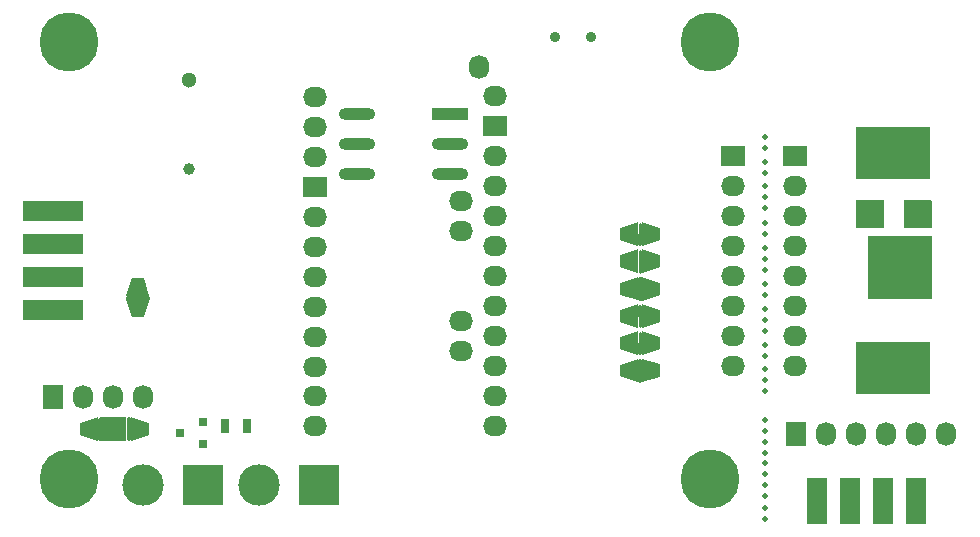
<source format=gbr>
G04 #@! TF.GenerationSoftware,KiCad,Pcbnew,(5.1.9-0-10_14)*
G04 #@! TF.CreationDate,2021-03-07T21:02:35-05:00*
G04 #@! TF.ProjectId,Arducon,41726475-636f-46e2-9e6b-696361645f70,rev?*
G04 #@! TF.SameCoordinates,Original*
G04 #@! TF.FileFunction,Soldermask,Bot*
G04 #@! TF.FilePolarity,Negative*
%FSLAX46Y46*%
G04 Gerber Fmt 4.6, Leading zero omitted, Abs format (unit mm)*
G04 Created by KiCad (PCBNEW (5.1.9-0-10_14)) date 2021-03-07 21:02:35*
%MOMM*%
%LPD*%
G01*
G04 APERTURE LIST*
%ADD10C,0.100000*%
%ADD11R,1.778000X4.000000*%
%ADD12O,1.727200X2.032000*%
%ADD13R,1.727200X2.032000*%
%ADD14C,0.500000*%
%ADD15R,0.800100X0.800100*%
%ADD16O,2.032000X1.727200*%
%ADD17R,2.032000X1.727200*%
%ADD18R,3.100000X1.000000*%
%ADD19O,3.100000X1.000000*%
%ADD20C,5.000000*%
%ADD21R,6.350000X4.500000*%
%ADD22C,1.000000*%
%ADD23C,1.300000*%
%ADD24R,5.080000X1.778000*%
%ADD25R,3.500120X3.500120*%
%ADD26C,3.500120*%
%ADD27C,0.150000*%
%ADD28R,2.032000X2.032000*%
%ADD29R,0.700000X1.300000*%
%ADD30C,0.900000*%
%ADD31C,0.254000*%
G04 APERTURE END LIST*
D10*
G36*
X166250000Y-106400000D02*
G01*
X166225000Y-111625000D01*
X160875000Y-111625000D01*
X160900000Y-106375000D01*
X166250000Y-106400000D01*
G37*
X166250000Y-106400000D02*
X166225000Y-111625000D01*
X160875000Y-111625000D01*
X160900000Y-106375000D01*
X166250000Y-106400000D01*
D11*
X164961999Y-128809999D03*
X162167999Y-128809999D03*
X159373999Y-128809999D03*
X156579999Y-128809999D03*
D12*
X167560000Y-123150000D03*
X165020000Y-123150000D03*
X162480000Y-123150000D03*
X159940000Y-123150000D03*
X157400000Y-123150000D03*
D13*
X154860000Y-123150000D03*
D14*
X152190000Y-130380000D03*
X152170000Y-129410000D03*
X152190000Y-128420000D03*
X152170000Y-127510000D03*
X152180000Y-126570000D03*
X152180000Y-125650000D03*
X152170000Y-124740000D03*
X152170000Y-123810000D03*
X152170000Y-122900000D03*
X152170000Y-121990000D03*
G36*
G01*
X163942400Y-105667600D02*
X163942400Y-103432400D01*
G75*
G02*
X164012400Y-103362400I70000J0D01*
G01*
X166247600Y-103362400D01*
G75*
G02*
X166317600Y-103432400I0J-70000D01*
G01*
X166317600Y-105667600D01*
G75*
G02*
X166247600Y-105737600I-70000J0D01*
G01*
X164012400Y-105737600D01*
G75*
G02*
X163942400Y-105667600I0J70000D01*
G01*
G37*
G36*
G01*
X159892400Y-105667600D02*
X159892400Y-103432400D01*
G75*
G02*
X159962400Y-103362400I70000J0D01*
G01*
X162197600Y-103362400D01*
G75*
G02*
X162267600Y-103432400I0J-70000D01*
G01*
X162267600Y-105667600D01*
G75*
G02*
X162197600Y-105737600I-70000J0D01*
G01*
X159962400Y-105737600D01*
G75*
G02*
X159892400Y-105667600I0J70000D01*
G01*
G37*
D15*
X102621780Y-123090000D03*
X104620760Y-124040000D03*
X104620760Y-122140000D03*
D16*
X126430000Y-113630000D03*
X126430000Y-116170000D03*
X126430000Y-106010000D03*
X126430000Y-103470000D03*
X129350000Y-122520000D03*
X129350000Y-119980000D03*
X114095100Y-122520000D03*
X114095100Y-119980000D03*
X129350000Y-117440000D03*
X129350000Y-114900000D03*
X129350000Y-112360000D03*
X129350000Y-109820000D03*
X129350000Y-107280000D03*
X129350000Y-104740000D03*
X129350000Y-102200000D03*
X129350000Y-99660000D03*
D17*
X129350000Y-97120000D03*
D16*
X129340000Y-94580000D03*
X114095100Y-117465400D03*
X114095100Y-114925400D03*
X114095100Y-112385400D03*
X114095100Y-109845400D03*
X114095100Y-107305400D03*
X114095100Y-104765400D03*
D17*
X114095100Y-102225400D03*
D16*
X114095100Y-99685400D03*
X114095100Y-97145400D03*
X114100000Y-94605400D03*
D12*
X128012850Y-92065150D03*
D18*
X125550000Y-96050000D03*
D19*
X117610000Y-96050000D03*
X125550000Y-98590000D03*
X117610000Y-98590000D03*
X125550000Y-101130000D03*
X117610000Y-101130000D03*
D20*
X93300000Y-127000000D03*
X147500000Y-127000000D03*
X147500000Y-90000000D03*
X93300000Y-90000000D03*
D14*
X152180000Y-98050000D03*
X152180000Y-98960000D03*
X152180000Y-100120000D03*
X152180000Y-101040000D03*
X152180000Y-102210000D03*
X152180000Y-103140000D03*
X152180000Y-104080000D03*
X152180000Y-105310000D03*
X152180000Y-106220000D03*
X152180000Y-107400000D03*
X152180000Y-108340000D03*
X152180000Y-109270000D03*
X152180000Y-110470000D03*
X152180000Y-111400000D03*
X152180000Y-112570000D03*
X152180000Y-117700000D03*
X152180000Y-113490000D03*
X152180000Y-114410000D03*
X152180000Y-115630000D03*
X152180000Y-116550000D03*
X152180000Y-118600000D03*
X152180000Y-119490000D03*
D21*
X163070000Y-117570000D03*
X163070000Y-99400000D03*
D22*
X103460000Y-100730000D03*
D23*
X103460000Y-93230000D03*
D24*
X91940000Y-112691000D03*
X91940000Y-109897000D03*
X91940000Y-107103000D03*
X91940000Y-104309000D03*
D25*
X104580000Y-127500000D03*
D26*
X99500000Y-127500000D03*
D27*
G36*
X98068000Y-111784000D02*
G01*
X100092000Y-111784000D01*
X99592000Y-113308000D01*
X98568000Y-113308000D01*
X98068000Y-111784000D01*
G37*
G36*
X100080570Y-111464570D02*
G01*
X98079430Y-111464570D01*
X98579430Y-109963430D01*
X99580570Y-109963430D01*
X100080570Y-111464570D01*
G37*
G36*
X141454570Y-105239430D02*
G01*
X141454570Y-107240570D01*
X139953430Y-106740570D01*
X139953430Y-105739430D01*
X141454570Y-105239430D01*
G37*
G36*
X141774000Y-107252000D02*
G01*
X141774000Y-105228000D01*
X143298000Y-105728000D01*
X143298000Y-106752000D01*
X141774000Y-107252000D01*
G37*
G36*
X141774000Y-109564000D02*
G01*
X141774000Y-107540000D01*
X143298000Y-108040000D01*
X143298000Y-109064000D01*
X141774000Y-109564000D01*
G37*
G36*
X141454570Y-107551430D02*
G01*
X141454570Y-109552570D01*
X139953430Y-109052570D01*
X139953430Y-108051430D01*
X141454570Y-107551430D01*
G37*
G36*
X141454570Y-109863430D02*
G01*
X141454570Y-111864570D01*
X139953430Y-111364570D01*
X139953430Y-110363430D01*
X141454570Y-109863430D01*
G37*
G36*
X141774000Y-111876000D02*
G01*
X141774000Y-109852000D01*
X143298000Y-110352000D01*
X143298000Y-111376000D01*
X141774000Y-111876000D01*
G37*
G36*
X141774000Y-114188000D02*
G01*
X141774000Y-112164000D01*
X143298000Y-112664000D01*
X143298000Y-113688000D01*
X141774000Y-114188000D01*
G37*
G36*
X141454570Y-112175430D02*
G01*
X141454570Y-114176570D01*
X139953430Y-113676570D01*
X139953430Y-112675430D01*
X141454570Y-112175430D01*
G37*
G36*
X141454570Y-114487430D02*
G01*
X141454570Y-116488570D01*
X139953430Y-115988570D01*
X139953430Y-114987430D01*
X141454570Y-114487430D01*
G37*
G36*
X141774000Y-116500000D02*
G01*
X141774000Y-114476000D01*
X143298000Y-114976000D01*
X143298000Y-116000000D01*
X141774000Y-116500000D01*
G37*
G36*
X141774000Y-118812000D02*
G01*
X141774000Y-116788000D01*
X143298000Y-117288000D01*
X143298000Y-118312000D01*
X141774000Y-118812000D01*
G37*
G36*
X141454570Y-116799430D02*
G01*
X141454570Y-118800570D01*
X139953430Y-118300570D01*
X139953430Y-117299430D01*
X141454570Y-116799430D01*
G37*
D17*
X149520000Y-99640000D03*
D16*
X149520000Y-102180000D03*
X149520000Y-104720000D03*
X149520000Y-107260000D03*
X149520000Y-109800000D03*
X149520000Y-112340000D03*
X149520000Y-114880000D03*
X149520000Y-117420000D03*
X154710000Y-117420000D03*
X154710000Y-114880000D03*
X154710000Y-112340000D03*
X154710000Y-109800000D03*
X154710000Y-107260000D03*
X154710000Y-104720000D03*
X154710000Y-102180000D03*
D17*
X154710000Y-99640000D03*
D25*
X114430000Y-127450000D03*
D26*
X109350000Y-127450000D03*
D27*
G36*
X98487000Y-123742000D02*
G01*
X98487000Y-121718000D01*
X100011000Y-122218000D01*
X100011000Y-123242000D01*
X98487000Y-123742000D01*
G37*
G36*
X95681570Y-121729430D02*
G01*
X95681570Y-123730570D01*
X94180430Y-123230570D01*
X94180430Y-122229430D01*
X95681570Y-121729430D01*
G37*
D28*
X97090000Y-122730000D03*
D29*
X106470000Y-122510000D03*
X108370000Y-122510000D03*
D13*
X91950000Y-120010000D03*
D12*
X94490000Y-120010000D03*
X97030000Y-120010000D03*
X99570000Y-120010000D03*
D30*
X137440000Y-89585000D03*
X134440000Y-89585000D03*
D31*
X95943000Y-123593000D02*
X95807000Y-123593000D01*
X95807000Y-121863785D01*
X95943000Y-121860298D01*
X95943000Y-123593000D01*
D27*
G36*
X95943000Y-123593000D02*
G01*
X95807000Y-123593000D01*
X95807000Y-121863785D01*
X95943000Y-121860298D01*
X95943000Y-123593000D01*
G37*
D31*
X98353000Y-123619521D02*
X98237000Y-123616386D01*
X98237000Y-121849965D01*
X98353000Y-121843860D01*
X98353000Y-123619521D01*
D27*
G36*
X98353000Y-123619521D02*
G01*
X98237000Y-123616386D01*
X98237000Y-121849965D01*
X98353000Y-121843860D01*
X98353000Y-123619521D01*
G37*
D31*
X99958969Y-111653000D02*
X98201163Y-111653000D01*
X98203292Y-111587000D01*
X99956907Y-111587000D01*
X99958969Y-111653000D01*
D27*
G36*
X99958969Y-111653000D02*
G01*
X98201163Y-111653000D01*
X98203292Y-111587000D01*
X99956907Y-111587000D01*
X99958969Y-111653000D01*
G37*
D31*
X141623631Y-107123000D02*
X141567639Y-107123000D01*
X141576464Y-105367000D01*
X141632367Y-105367000D01*
X141623631Y-107123000D01*
D27*
G36*
X141623631Y-107123000D02*
G01*
X141567639Y-107123000D01*
X141576464Y-105367000D01*
X141632367Y-105367000D01*
X141623631Y-107123000D01*
G37*
D31*
X141623567Y-109455820D02*
X141594908Y-109458890D01*
X141568555Y-107693242D01*
X141632346Y-107691184D01*
X141623567Y-109455820D01*
D27*
G36*
X141623567Y-109455820D02*
G01*
X141594908Y-109458890D01*
X141568555Y-107693242D01*
X141632346Y-107691184D01*
X141623567Y-109455820D01*
G37*
D31*
X141653000Y-111730251D02*
X141565647Y-111735389D01*
X141548051Y-109993316D01*
X141653000Y-109990479D01*
X141653000Y-111730251D01*
D27*
G36*
X141653000Y-111730251D02*
G01*
X141565647Y-111735389D01*
X141548051Y-109993316D01*
X141653000Y-109990479D01*
X141653000Y-111730251D01*
G37*
D31*
X141623634Y-114043000D02*
X141575090Y-114043000D01*
X141548846Y-112310887D01*
X141632321Y-112305502D01*
X141623634Y-114043000D01*
D27*
G36*
X141623634Y-114043000D02*
G01*
X141575090Y-114043000D01*
X141548846Y-112310887D01*
X141632321Y-112305502D01*
X141623634Y-114043000D01*
G37*
D31*
X141634250Y-116346868D02*
X141567670Y-116348948D01*
X141576404Y-114637000D01*
X141651698Y-114637000D01*
X141634250Y-116346868D01*
D27*
G36*
X141634250Y-116346868D02*
G01*
X141567670Y-116348948D01*
X141576404Y-114637000D01*
X141651698Y-114637000D01*
X141634250Y-116346868D01*
G37*
D31*
X141631730Y-118683000D02*
X141567000Y-118683000D01*
X141567000Y-116927000D01*
X141614257Y-116927000D01*
X141631730Y-118683000D01*
D27*
G36*
X141631730Y-118683000D02*
G01*
X141567000Y-118683000D01*
X141567000Y-116927000D01*
X141614257Y-116927000D01*
X141631730Y-118683000D01*
G37*
M02*

</source>
